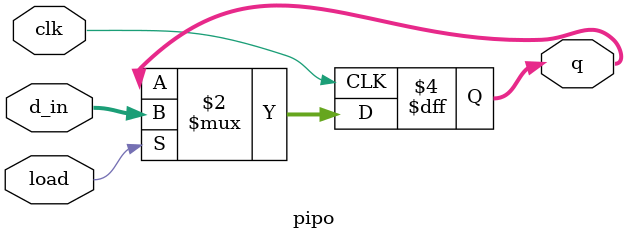
<source format=v>
module pipo #(parameter bits = 16)(
    input [bits-1:0] d_in,
    input clk, load,
    output reg [bits-1:0] q
);
    always @(posedge clk) begin
        if (load)
            q <= d_in;
    end
endmodule

</source>
